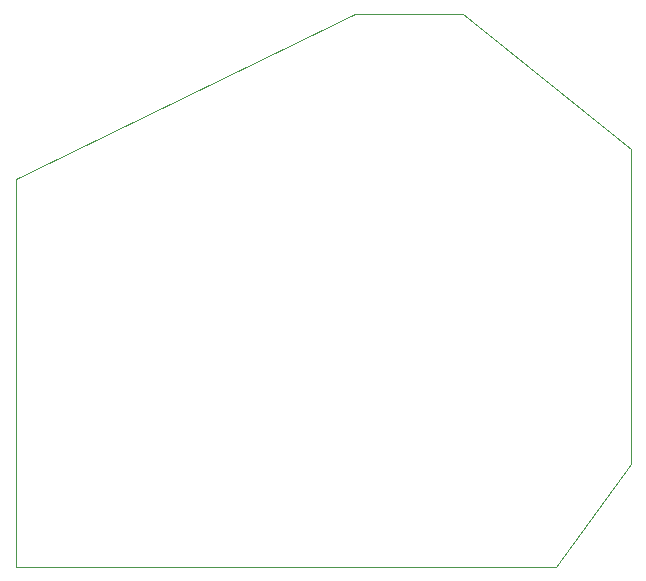
<source format=gbr>
%TF.GenerationSoftware,KiCad,Pcbnew,(5.1.10)-1*%
%TF.CreationDate,2021-11-16T17:31:42+11:00*%
%TF.ProjectId,FIRE TEST Panel PCB V2,46495245-2054-4455-9354-2050616e656c,rev?*%
%TF.SameCoordinates,Original*%
%TF.FileFunction,Profile,NP*%
%FSLAX46Y46*%
G04 Gerber Fmt 4.6, Leading zero omitted, Abs format (unit mm)*
G04 Created by KiCad (PCBNEW (5.1.10)-1) date 2021-11-16 17:31:42*
%MOMM*%
%LPD*%
G01*
G04 APERTURE LIST*
%TA.AperFunction,Profile*%
%ADD10C,0.050000*%
%TD*%
G04 APERTURE END LIST*
D10*
X151028400Y-75488800D02*
X165201600Y-86868000D01*
X141833600Y-75438000D02*
X151028400Y-75488800D01*
X165201600Y-113588800D02*
X165201600Y-86868000D01*
X158902400Y-122275600D02*
X165201600Y-113588800D01*
X113131600Y-122275600D02*
X113131600Y-89458800D01*
X158902400Y-122275600D02*
X113131600Y-122275600D01*
X113131600Y-89458800D02*
X141833600Y-75438000D01*
M02*

</source>
